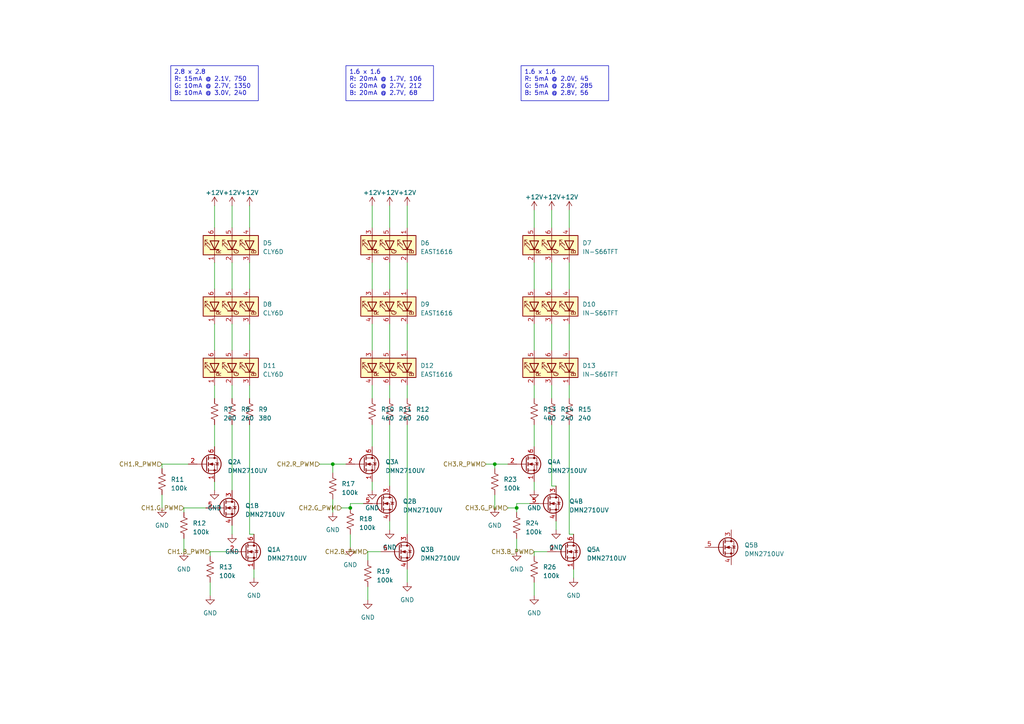
<source format=kicad_sch>
(kicad_sch (version 20230121) (generator eeschema)
  (paper "A4")
  (lib_symbols
    (symbol "Circuit-Craft:LED_RGB_EAST" (pin_names (offset 0) hide)
      (property "Reference" "D" (at 0 9.398 0))
      (property "Value" "LED_RGB_EAST" (at 0 -8.89 0))
      (symbol "LED_RGB_EAST_0_0"
        (text "B" (at -1.905 -6.35 0) (effects (font (size 1.27 1.27))))
        (text "G" (at -1.905 -1.27 0) (effects (font (size 1.27 1.27))))
        (text "R" (at -1.905 3.81 0) (effects (font (size 1.27 1.27))))
      )
      (symbol "LED_RGB_EAST_0_1"
        (polyline (pts (xy -1.27 -5.08) (xy -2.54 -5.08)))
        (polyline (pts (xy -1.27 -5.08) (xy 1.27 -5.08)))
        (polyline (pts (xy -1.27 -3.81) (xy -1.27 -6.35)) (stroke (width 0.254)))
        (polyline (pts (xy -1.27 0) (xy -2.54 0)))
        (polyline (pts (xy -1.27 1.27) (xy -1.27 -1.27)) (stroke (width 0.254)))
        (polyline (pts (xy -1.27 5.08) (xy -2.54 5.08)))
        (polyline (pts (xy -1.27 5.08) (xy 1.27 5.08)))
        (polyline (pts (xy -1.27 6.35) (xy -1.27 3.81)) (stroke (width 0.254)))
        (polyline (pts (xy 1.27 -5.08) (xy 2.54 -5.08)))
        (polyline (pts (xy 1.27 0) (xy -1.27 0)))
        (polyline (pts (xy 1.27 0) (xy 2.54 0)))
        (polyline (pts (xy 1.27 5.08) (xy 2.54 5.08)))
        (polyline (pts (xy -1.27 1.27) (xy -1.27 -1.27) (xy -1.27 -1.27)))
        (polyline (pts (xy -1.27 6.35) (xy -1.27 3.81) (xy -1.27 3.81)))
        (polyline (pts (xy 1.27 -3.81) (xy 1.27 -6.35) (xy -1.27 -5.08) (xy 1.27 -3.81)) (stroke (width 0.254)))
        (polyline (pts (xy 1.27 1.27) (xy 1.27 -1.27) (xy -1.27 0) (xy 1.27 1.27)) (stroke (width 0.254)))
        (polyline (pts (xy 1.27 6.35) (xy 1.27 3.81) (xy -1.27 5.08) (xy 1.27 6.35)) (stroke (width 0.254)))
        (polyline (pts (xy -1.016 -3.81) (xy 0.508 -2.286) (xy -0.254 -2.286) (xy 0.508 -2.286) (xy 0.508 -3.048)))
        (polyline (pts (xy -1.016 1.27) (xy 0.508 2.794) (xy -0.254 2.794) (xy 0.508 2.794) (xy 0.508 2.032)))
        (polyline (pts (xy -1.016 6.35) (xy 0.508 7.874) (xy -0.254 7.874) (xy 0.508 7.874) (xy 0.508 7.112)))
        (polyline (pts (xy 0 -3.81) (xy 1.524 -2.286) (xy 0.762 -2.286) (xy 1.524 -2.286) (xy 1.524 -3.048)))
        (polyline (pts (xy 0 1.27) (xy 1.524 2.794) (xy 0.762 2.794) (xy 1.524 2.794) (xy 1.524 2.032)))
        (polyline (pts (xy 0 6.35) (xy 1.524 7.874) (xy 0.762 7.874) (xy 1.524 7.874) (xy 1.524 7.112)))
        (rectangle (start 1.27 -1.27) (end 1.27 1.27))
        (rectangle (start 1.27 1.27) (end 1.27 1.27))
        (rectangle (start 1.27 3.81) (end 1.27 6.35))
        (rectangle (start 1.27 6.35) (end 1.27 6.35))
        (rectangle (start 2.794 8.382) (end -2.794 -7.62) (stroke (width 0.254)) (fill (type background)))
      )
      (symbol "LED_RGB_EAST_1_1"
        (pin passive line (at 5.08 -5.08 180) (length 2.54) (name "BA") (number "1"))
        (pin passive line (at -5.08 -5.08 0) (length 2.54) (name "BK") (number "2"))
        (pin passive line (at 5.08 5.08 180) (length 2.54) (name "RA") (number "3"))
        (pin passive line (at -5.08 5.08 0) (length 2.54) (name "RK") (number "4"))
        (pin passive line (at 5.08 0 180) (length 2.54) (name "GA") (number "5"))
        (pin passive line (at -5.08 0 0) (length 2.54) (name "GK") (number "6"))
      )
    )
    (symbol "Circuit-Craft:LED_RGB_Inolux" (pin_names (offset 0) hide)
      (property "Reference" "D" (at 0 9.398 0))
      (property "Value" "LED_RGB_Inolux" (at 0 -8.89 0))
      (symbol "LED_RGB_Inolux_0_0"
        (text "B" (at -1.905 -6.35 0) (effects (font (size 1.27 1.27))))
        (text "G" (at -1.905 -1.27 0) (effects (font (size 1.27 1.27))))
        (text "R" (at -1.905 3.81 0) (effects (font (size 1.27 1.27))))
      )
      (symbol "LED_RGB_Inolux_0_1"
        (polyline (pts (xy -1.27 -5.08) (xy -2.54 -5.08)))
        (polyline (pts (xy -1.27 -5.08) (xy 1.27 -5.08)))
        (polyline (pts (xy -1.27 -3.81) (xy -1.27 -6.35)) (stroke (width 0.254)))
        (polyline (pts (xy -1.27 0) (xy -2.54 0)))
        (polyline (pts (xy -1.27 1.27) (xy -1.27 -1.27)) (stroke (width 0.254)))
        (polyline (pts (xy -1.27 5.08) (xy -2.54 5.08)))
        (polyline (pts (xy -1.27 5.08) (xy 1.27 5.08)))
        (polyline (pts (xy -1.27 6.35) (xy -1.27 3.81)) (stroke (width 0.254)))
        (polyline (pts (xy 1.27 -5.08) (xy 2.54 -5.08)))
        (polyline (pts (xy 1.27 0) (xy -1.27 0)))
        (polyline (pts (xy 1.27 0) (xy 2.54 0)))
        (polyline (pts (xy 1.27 5.08) (xy 2.54 5.08)))
        (polyline (pts (xy -1.27 1.27) (xy -1.27 -1.27) (xy -1.27 -1.27)))
        (polyline (pts (xy -1.27 6.35) (xy -1.27 3.81) (xy -1.27 3.81)))
        (polyline (pts (xy 1.27 -3.81) (xy 1.27 -6.35) (xy -1.27 -5.08) (xy 1.27 -3.81)) (stroke (width 0.254)))
        (polyline (pts (xy 1.27 1.27) (xy 1.27 -1.27) (xy -1.27 0) (xy 1.27 1.27)) (stroke (width 0.254)))
        (polyline (pts (xy 1.27 6.35) (xy 1.27 3.81) (xy -1.27 5.08) (xy 1.27 6.35)) (stroke (width 0.254)))
        (polyline (pts (xy -1.016 -3.81) (xy 0.508 -2.286) (xy -0.254 -2.286) (xy 0.508 -2.286) (xy 0.508 -3.048)))
        (polyline (pts (xy -1.016 1.27) (xy 0.508 2.794) (xy -0.254 2.794) (xy 0.508 2.794) (xy 0.508 2.032)))
        (polyline (pts (xy -1.016 6.35) (xy 0.508 7.874) (xy -0.254 7.874) (xy 0.508 7.874) (xy 0.508 7.112)))
        (polyline (pts (xy 0 -3.81) (xy 1.524 -2.286) (xy 0.762 -2.286) (xy 1.524 -2.286) (xy 1.524 -3.048)))
        (polyline (pts (xy 0 1.27) (xy 1.524 2.794) (xy 0.762 2.794) (xy 1.524 2.794) (xy 1.524 2.032)))
        (polyline (pts (xy 0 6.35) (xy 1.524 7.874) (xy 0.762 7.874) (xy 1.524 7.874) (xy 1.524 7.112)))
        (rectangle (start 1.27 -1.27) (end 1.27 1.27))
        (rectangle (start 1.27 1.27) (end 1.27 1.27))
        (rectangle (start 1.27 3.81) (end 1.27 6.35))
        (rectangle (start 1.27 6.35) (end 1.27 6.35))
        (rectangle (start 2.794 8.382) (end -2.794 -7.62) (stroke (width 0.254)) (fill (type background)))
      )
      (symbol "LED_RGB_Inolux_1_1"
        (pin passive line (at -5.08 -5.08 0) (length 2.54) (name "BK") (number "1"))
        (pin passive line (at -5.08 5.08 0) (length 2.54) (name "RK") (number "2"))
        (pin passive line (at -5.08 0 0) (length 2.54) (name "GK") (number "3"))
        (pin passive line (at 5.08 -5.08 180) (length 2.54) (name "BA") (number "4"))
        (pin passive line (at 5.08 5.08 180) (length 2.54) (name "RA") (number "5"))
        (pin passive line (at 5.08 0 180) (length 2.54) (name "GA") (number "6"))
      )
    )
    (symbol "Device:LED_RGB" (pin_names (offset 0) hide)
      (property "Reference" "D" (at 0 9.398 0))
      (property "Value" "LED_RGB" (at 0 -8.89 0))
      (symbol "LED_RGB_0_0"
        (text "B" (at -1.905 -6.35 0) (effects (font (size 1.27 1.27))))
        (text "G" (at -1.905 -1.27 0) (effects (font (size 1.27 1.27))))
        (text "R" (at -1.905 3.81 0) (effects (font (size 1.27 1.27))))
      )
      (symbol "LED_RGB_0_1"
        (polyline (pts (xy -1.27 -5.08) (xy -2.54 -5.08)))
        (polyline (pts (xy -1.27 -5.08) (xy 1.27 -5.08)))
        (polyline (pts (xy -1.27 -3.81) (xy -1.27 -6.35)) (stroke (width 0.254)))
        (polyline (pts (xy -1.27 0) (xy -2.54 0)))
        (polyline (pts (xy -1.27 1.27) (xy -1.27 -1.27)) (stroke (width 0.254)))
        (polyline (pts (xy -1.27 5.08) (xy -2.54 5.08)))
        (polyline (pts (xy -1.27 5.08) (xy 1.27 5.08)))
        (polyline (pts (xy -1.27 6.35) (xy -1.27 3.81)) (stroke (width 0.254)))
        (polyline (pts (xy 1.27 -5.08) (xy 2.54 -5.08)))
        (polyline (pts (xy 1.27 0) (xy -1.27 0)))
        (polyline (pts (xy 1.27 0) (xy 2.54 0)))
        (polyline (pts (xy 1.27 5.08) (xy 2.54 5.08)))
        (polyline (pts (xy -1.27 1.27) (xy -1.27 -1.27) (xy -1.27 -1.27)))
        (polyline (pts (xy -1.27 6.35) (xy -1.27 3.81) (xy -1.27 3.81)))
        (polyline (pts (xy 1.27 -3.81) (xy 1.27 -6.35) (xy -1.27 -5.08) (xy 1.27 -3.81)) (stroke (width 0.254)))
        (polyline (pts (xy 1.27 1.27) (xy 1.27 -1.27) (xy -1.27 0) (xy 1.27 1.27)) (stroke (width 0.254)))
        (polyline (pts (xy 1.27 6.35) (xy 1.27 3.81) (xy -1.27 5.08) (xy 1.27 6.35)) (stroke (width 0.254)))
        (polyline (pts (xy -1.016 -3.81) (xy 0.508 -2.286) (xy -0.254 -2.286) (xy 0.508 -2.286) (xy 0.508 -3.048)))
        (polyline (pts (xy -1.016 1.27) (xy 0.508 2.794) (xy -0.254 2.794) (xy 0.508 2.794) (xy 0.508 2.032)))
        (polyline (pts (xy -1.016 6.35) (xy 0.508 7.874) (xy -0.254 7.874) (xy 0.508 7.874) (xy 0.508 7.112)))
        (polyline (pts (xy 0 -3.81) (xy 1.524 -2.286) (xy 0.762 -2.286) (xy 1.524 -2.286) (xy 1.524 -3.048)))
        (polyline (pts (xy 0 1.27) (xy 1.524 2.794) (xy 0.762 2.794) (xy 1.524 2.794) (xy 1.524 2.032)))
        (polyline (pts (xy 0 6.35) (xy 1.524 7.874) (xy 0.762 7.874) (xy 1.524 7.874) (xy 1.524 7.112)))
        (rectangle (start 1.27 -1.27) (end 1.27 1.27))
        (rectangle (start 1.27 1.27) (end 1.27 1.27))
        (rectangle (start 1.27 3.81) (end 1.27 6.35))
        (rectangle (start 1.27 6.35) (end 1.27 6.35))
        (rectangle (start 2.794 8.382) (end -2.794 -7.62) (stroke (width 0.254)) (fill (type background)))
      )
      (symbol "LED_RGB_1_1"
        (pin passive line (at -5.08 5.08 0) (length 2.54) (name "RK") (number "1"))
        (pin passive line (at -5.08 0 0) (length 2.54) (name "GK") (number "2"))
        (pin passive line (at -5.08 -5.08 0) (length 2.54) (name "BK") (number "3"))
        (pin passive line (at 5.08 -5.08 180) (length 2.54) (name "BA") (number "4"))
        (pin passive line (at 5.08 0 180) (length 2.54) (name "GA") (number "5"))
        (pin passive line (at 5.08 5.08 180) (length 2.54) (name "RA") (number "6"))
      )
    )
    (symbol "Device:Q_Dual_NMOS_S1G1D2S2G2D1" (pin_names (offset 0) hide)
      (property "Reference" "Q" (at 6.35 1.27 0))
      (property "Value" "Q_Dual_NMOS_S1G1D2S2G2D1" (at 19.05 -1.27 0))
      (symbol "Q_Dual_NMOS_S1G1D2S2G2D1_0_1"
        (polyline (pts (xy 0.254 0) (xy -2.54 0)))
        (polyline (pts (xy 0.254 1.905) (xy 0.254 -1.905)) (stroke (width 0.254)))
        (polyline (pts (xy 0.762 -1.27) (xy 0.762 -2.286)) (stroke (width 0.254)))
        (polyline (pts (xy 0.762 0.508) (xy 0.762 -0.508)) (stroke (width 0.254)))
        (polyline (pts (xy 0.762 2.286) (xy 0.762 1.27)) (stroke (width 0.254)))
        (polyline (pts (xy 2.54 2.54) (xy 2.54 1.778)))
        (polyline (pts (xy 2.54 -2.54) (xy 2.54 0) (xy 0.762 0)))
        (polyline (pts (xy 0.762 -1.778) (xy 3.302 -1.778) (xy 3.302 1.778) (xy 0.762 1.778)))
        (polyline (pts (xy 1.016 0) (xy 2.032 0.381) (xy 2.032 -0.381) (xy 1.016 0)) (fill (type outline)))
        (polyline (pts (xy 2.794 0.508) (xy 2.921 0.381) (xy 3.683 0.381) (xy 3.81 0.254)))
        (polyline (pts (xy 3.302 0.381) (xy 2.921 -0.254) (xy 3.683 -0.254) (xy 3.302 0.381)))
        (circle (center 1.651 0) (radius 2.794) (stroke (width 0.254)))
        (circle (center 2.54 -1.778) (radius 0.254) (fill (type outline)))
        (circle (center 2.54 1.778) (radius 0.254) (fill (type outline)))
      )
      (symbol "Q_Dual_NMOS_S1G1D2S2G2D1_1_1"
        (pin passive line (at 2.54 -5.08 90) (length 2.54) (name "S") (number "1"))
        (pin input line (at -5.08 0 0) (length 2.54) (name "G") (number "2"))
        (pin passive line (at 2.54 5.08 270) (length 2.54) (name "D") (number "6"))
      )
      (symbol "Q_Dual_NMOS_S1G1D2S2G2D1_2_1"
        (pin passive line (at 2.54 5.08 270) (length 2.54) (name "D") (number "3"))
        (pin passive line (at 2.54 -5.08 90) (length 2.54) (name "S") (number "4"))
        (pin input line (at -5.08 0 0) (length 2.54) (name "G") (number "5"))
      )
    )
    (symbol "Device:R_US" (pin_numbers hide) (pin_names (offset 0))
      (property "Reference" "R" (at 2.54 0 90))
      (property "Value" "R_US" (at -2.54 0 90))
      (symbol "R_US_0_1"
        (polyline (pts (xy 0 -2.286) (xy 0 -2.54)))
        (polyline (pts (xy 0 2.286) (xy 0 2.54)))
        (polyline (pts (xy 0 -0.762) (xy 1.016 -1.143) (xy 0 -1.524) (xy -1.016 -1.905) (xy 0 -2.286)))
        (polyline (pts (xy 0 0.762) (xy 1.016 0.381) (xy 0 0) (xy -1.016 -0.381) (xy 0 -0.762)))
        (polyline (pts (xy 0 2.286) (xy 1.016 1.905) (xy 0 1.524) (xy -1.016 1.143) (xy 0 0.762)))
      )
      (symbol "R_US_1_1"
        (pin passive line (at 0 3.81 270) (length 1.27) (name "~") (number "1"))
        (pin passive line (at 0 -3.81 90) (length 1.27) (name "~") (number "2"))
      )
    )
    (symbol "power:+12V" (power) (pin_names (offset 0))
      (property "Value" "+12V" (at 0 3.556 0))
      (symbol "+12V_0_1"
        (polyline (pts (xy -0.762 1.27) (xy 0 2.54)))
        (polyline (pts (xy 0 0) (xy 0 2.54)))
        (polyline (pts (xy 0 2.54) (xy 0.762 1.27)))
      )
      (symbol "+12V_1_1"
        (pin power_in line (at 0 0 90) (length 0) hide (name "+12V") (number "1"))
      )
    )
    (symbol "power:GND" (power) (pin_names (offset 0))
      (property "Value" "GND" (at 0 -3.81 0))
      (symbol "GND_0_1"
        (polyline (pts (xy 0 0) (xy 0 -1.27) (xy 1.27 -1.27) (xy 0 -2.54) (xy -1.27 -1.27) (xy 0 -1.27)))
      )
      (symbol "GND_1_1"
        (pin power_in line (at 0 0 270) (length 0) hide (name "GND") (number "1"))
      )
    )
  )
  (junction (at 143.51 134.62))
  (junction (at 101.6 147.32))
  (junction (at 96.52 134.62))
  (junction (at 149.86 147.32))
  (wire (pts (xy 118.11 111.76) (xy 118.11 115.57)))
  (wire (pts (xy 165.1 111.76) (xy 165.1 115.57)))
  (wire (pts (xy 154.94 123.19) (xy 154.94 129.54)))
  (wire (pts (xy 165.1 123.19) (xy 165.1 154.94)))
  (wire (pts (xy 154.94 93.98) (xy 154.94 101.6)))
  (wire (pts (xy 154.94 60.96) (xy 154.94 66.04)))
  (wire (pts (xy 66.04 160.02) (xy 60.96 160.02)))
  (wire (pts (xy 113.03 111.76) (xy 113.03 115.57)))
  (wire (pts (xy 154.94 168.91) (xy 154.94 172.72)))
  (wire (pts (xy 165.1 154.94) (xy 166.37 154.94)))
  (wire (pts (xy 153.67 146.05) (xy 149.86 146.05)))
  (wire (pts (xy 60.96 168.91) (xy 60.96 172.72)))
  (wire (pts (xy 113.03 123.19) (xy 113.03 140.97)))
  (wire (pts (xy 113.03 76.2) (xy 113.03 83.82)))
  (wire (pts (xy 165.1 60.96) (xy 165.1 66.04)))
  (wire (pts (xy 140.97 134.62) (xy 143.51 134.62)))
  (wire (pts (xy 62.23 123.19) (xy 62.23 129.54)))
  (wire (pts (xy 106.68 160.02) (xy 106.68 162.56)))
  (wire (pts (xy 166.37 165.1) (xy 166.37 167.64)))
  (wire (pts (xy 107.95 139.7) (xy 107.95 142.24)))
  (wire (pts (xy 53.34 156.21) (xy 53.34 160.02)))
  (wire (pts (xy 165.1 76.2) (xy 165.1 83.82)))
  (wire (pts (xy 160.02 93.98) (xy 160.02 101.6)))
  (wire (pts (xy 118.11 165.1) (xy 118.11 168.91)))
  (wire (pts (xy 118.11 76.2) (xy 118.11 83.82)))
  (wire (pts (xy 62.23 111.76) (xy 62.23 115.57)))
  (wire (pts (xy 72.39 93.98) (xy 72.39 101.6)))
  (wire (pts (xy 160.02 111.76) (xy 160.02 115.57)))
  (wire (pts (xy 101.6 146.05) (xy 101.6 147.32)))
  (wire (pts (xy 67.31 93.98) (xy 67.31 101.6)))
  (wire (pts (xy 59.69 147.32) (xy 53.34 147.32)))
  (wire (pts (xy 67.31 76.2) (xy 67.31 83.82)))
  (wire (pts (xy 118.11 123.19) (xy 118.11 154.94)))
  (wire (pts (xy 54.61 134.62) (xy 46.99 134.62)))
  (wire (pts (xy 147.32 147.32) (xy 149.86 147.32)))
  (wire (pts (xy 113.03 59.69) (xy 113.03 66.04)))
  (wire (pts (xy 113.03 93.98) (xy 113.03 101.6)))
  (wire (pts (xy 143.51 134.62) (xy 143.51 135.89)))
  (wire (pts (xy 46.99 134.62) (xy 46.99 135.89)))
  (wire (pts (xy 158.75 160.02) (xy 154.94 160.02)))
  (wire (pts (xy 154.94 160.02) (xy 154.94 161.29)))
  (wire (pts (xy 160.02 140.97) (xy 161.29 140.97)))
  (wire (pts (xy 107.95 93.98) (xy 107.95 101.6)))
  (wire (pts (xy 46.99 143.51) (xy 46.99 147.32)))
  (wire (pts (xy 160.02 76.2) (xy 160.02 83.82)))
  (wire (pts (xy 73.66 165.1) (xy 73.66 167.64)))
  (wire (pts (xy 60.96 160.02) (xy 60.96 161.29)))
  (wire (pts (xy 154.94 139.7) (xy 154.94 142.24)))
  (wire (pts (xy 161.29 151.13) (xy 161.29 153.67)))
  (wire (pts (xy 72.39 111.76) (xy 72.39 115.57)))
  (wire (pts (xy 100.33 134.62) (xy 96.52 134.62)))
  (wire (pts (xy 53.34 147.32) (xy 53.34 148.59)))
  (wire (pts (xy 67.31 123.19) (xy 67.31 142.24)))
  (wire (pts (xy 96.52 144.78) (xy 96.52 148.59)))
  (wire (pts (xy 118.11 93.98) (xy 118.11 101.6)))
  (wire (pts (xy 154.94 76.2) (xy 154.94 83.82)))
  (wire (pts (xy 62.23 93.98) (xy 62.23 101.6)))
  (wire (pts (xy 72.39 154.94) (xy 73.66 154.94)))
  (wire (pts (xy 143.51 143.51) (xy 143.51 147.32)))
  (wire (pts (xy 72.39 123.19) (xy 72.39 154.94)))
  (wire (pts (xy 105.41 146.05) (xy 101.6 146.05)))
  (wire (pts (xy 62.23 76.2) (xy 62.23 83.82)))
  (wire (pts (xy 147.32 134.62) (xy 143.51 134.62)))
  (wire (pts (xy 72.39 59.69) (xy 72.39 66.04)))
  (wire (pts (xy 72.39 76.2) (xy 72.39 83.82)))
  (wire (pts (xy 165.1 93.98) (xy 165.1 101.6)))
  (wire (pts (xy 118.11 59.69) (xy 118.11 66.04)))
  (wire (pts (xy 62.23 139.7) (xy 62.23 142.24)))
  (wire (pts (xy 107.95 76.2) (xy 107.95 83.82)))
  (wire (pts (xy 96.52 134.62) (xy 96.52 137.16)))
  (wire (pts (xy 149.86 146.05) (xy 149.86 147.32)))
  (wire (pts (xy 154.94 111.76) (xy 154.94 115.57)))
  (wire (pts (xy 149.86 147.32) (xy 149.86 148.59)))
  (wire (pts (xy 160.02 123.19) (xy 160.02 140.97)))
  (wire (pts (xy 99.06 147.32) (xy 101.6 147.32)))
  (wire (pts (xy 106.68 170.18) (xy 106.68 173.99)))
  (wire (pts (xy 110.49 160.02) (xy 106.68 160.02)))
  (wire (pts (xy 62.23 59.69) (xy 62.23 66.04)))
  (wire (pts (xy 67.31 111.76) (xy 67.31 115.57)))
  (wire (pts (xy 67.31 59.69) (xy 67.31 66.04)))
  (wire (pts (xy 92.71 134.62) (xy 96.52 134.62)))
  (wire (pts (xy 101.6 154.94) (xy 101.6 158.75)))
  (wire (pts (xy 107.95 111.76) (xy 107.95 115.57)))
  (wire (pts (xy 149.86 156.21) (xy 149.86 160.02)))
  (wire (pts (xy 107.95 123.19) (xy 107.95 129.54)))
  (wire (pts (xy 67.31 152.4) (xy 67.31 154.94)))
  (wire (pts (xy 107.95 59.69) (xy 107.95 66.04)))
  (wire (pts (xy 113.03 151.13) (xy 113.03 153.67)))
  (wire (pts (xy 160.02 60.96) (xy 160.02 66.04)))
  (text_box "1.6 x 1.6\nR: 5mA @ 2.0V, 45\nG: 5mA @ 2.8V, 285\nB: 5mA @ 2.8V, 56" (at 151.13 19.05 0) (size 25.4 10.16) (effects (font (size 1.27 1.27)) (justify left top)))
  (text_box "2.8 x 2.8\nR: 15mA @ 2.1V, 750\nG: 10mA @ 2.7V, 1350\nB: 10mA @ 3.0V, 240" (at 49.53 19.05 0) (size 25.4 10.16) (effects (font (size 1.27 1.27)) (justify left top)))
  (text_box "1.6 x 1.6\nR: 20mA @ 1.7V, 106\nG: 20mA @ 2.7V, 212\nB: 20mA @ 2.7V, 68" (at 100.33 19.05 0) (size 25.4 10.16) (effects (font (size 1.27 1.27)) (justify left top)))
  (hierarchical_label "CH2.B_PWM" (shape input) (at 106.68 160.02 180))
  (hierarchical_label "CH2.R_PWM" (shape input) (at 92.71 134.62 180))
  (hierarchical_label "CH1.R_PWM" (shape input) (at 46.99 134.62 180))
  (hierarchical_label "CH3.G_PWM" (shape input) (at 147.32 147.32 180))
  (hierarchical_label "CH1.G_PWM" (shape input) (at 53.34 147.32 180))
  (hierarchical_label "CH1.B_PWM" (shape input) (at 60.96 160.02 180))
  (hierarchical_label "CH3.R_PWM" (shape input) (at 140.97 134.62 180))
  (hierarchical_label "CH3.B_PWM" (shape input) (at 154.94 160.02 180))
  (hierarchical_label "CH2.G_PWM" (shape input) (at 99.06 147.32 180))
  (symbol (lib_id "Device:Q_Dual_NMOS_S1G1D2S2G2D1") (at 64.77 147.32 0) (unit 2)
    (property "Reference" "Q1" (at 71.12 146.685 0) (effects (justify left)))
    (property "Value" "DMN2710UV" (at 71.12 149.225 0) (effects (justify left)))
    (property "Footprint" "Package_TO_SOT_SMD:SOT-563" (effects hide))
    (property "Datasheet" "https://www.diodes.com/assets/Datasheets/DMN2710UV.pdf" (effects hide))
    (property "MPN" "DMN2710UV-7" (effects hide))
  )
  (symbol (lib_id "Device:R_US") (at 118.11 119.38 0) (unit 1)
    (property "Reference" "R12" (at 120.65 118.745 0) (effects (justify left)))
    (property "Value" "260" (at 120.65 121.285 0) (effects (justify left)))
    (property "Footprint" "Resistor_SMD:R_0603_1608Metric_Pad0.98x0.95mm_HandSolder" (effects hide))
    (property "MPN" "RC0603FR-07261RL" (effects hide))
    (instances (project "lights-board-01" (path "" (reference "R12") (unit 1)) (path "" (reference "R22") (unit 1))))
  )
  (symbol (lib_id "power:GND") (at 143.51 147.32 0) (unit 1)
    (property "Reference" "#PWR063" (effects hide))
    (property "Value" "GND" (at 143.51 152.4 0))
  )
  (symbol (lib_id "power:GND") (at 67.31 154.94 0) (unit 1)
    (property "Reference" "#PWR051" (effects hide))
    (property "Value" "GND" (at 67.31 160.02 0))
  )
  (symbol (lib_id "Device:R_US") (at 62.23 119.38 0) (unit 1)
    (property "Reference" "R7" (at 64.77 118.745 0) (effects (justify left)))
    (property "Value" "200" (at 64.77 121.285 0) (effects (justify left)))
    (property "Footprint" "Resistor_SMD:R_0603_1608Metric_Pad0.98x0.95mm_HandSolder" (effects hide))
    (property "MPN" "RC0603JR-07200RL" (effects hide))
    (instances (project "lights-board-01" (path "" (reference "R7") (unit 1)) (path "" (reference "R14") (unit 1))))
  )
  (symbol (lib_id "Circuit-Craft:LED_RGB_Inolux") (at 160.02 106.68 90) (unit 1)
    (property "Reference" "D13" (at 168.91 106.045 90) (effects (justify right)))
    (property "Value" "IN-S66TFT" (at 168.91 108.585 90) (effects (justify right)))
    (property "Footprint" "Circuit-Craft:LED_RGB_Inolux_PLCC-6" (effects hide))
    (property "MPN" "IN-S66TFT5R5G5B" (effects hide))
    (instances (project "lights-board-01" (path "" (reference "D13") (unit 1)) (path "" (reference "D12") (unit 1))))
  )
  (symbol (lib_id "power:GND") (at 73.66 167.64 0) (unit 1)
    (property "Reference" "#PWR053" (effects hide))
    (property "Value" "GND" (at 73.66 172.72 0))
  )
  (symbol (lib_id "Device:Q_Dual_NMOS_S1G1D2S2G2D1") (at 152.4 134.62 0) (unit 1)
    (property "Reference" "Q4" (at 158.75 133.985 0) (effects (justify left)))
    (property "Value" "DMN2710UV" (at 158.75 136.525 0) (effects (justify left)))
    (property "Footprint" "Package_TO_SOT_SMD:SOT-563" (effects hide))
    (property "Datasheet" "https://www.diodes.com/assets/Datasheets/DMN2710UV.pdf" (effects hide))
    (property "MPN" "DMN2710UV-7" (effects hide))
  )
  (symbol (lib_id "power:GND") (at 149.86 160.02 0) (unit 1)
    (property "Reference" "#PWR064" (effects hide))
    (property "Value" "GND" (at 149.86 165.1 0))
  )
  (symbol (lib_id "power:+12V") (at 154.94 60.96 0) (unit 1)
    (property "Reference" "#PWR065" (effects hide))
    (property "Value" "+12V" (at 154.94 57.15 0))
  )
  (symbol (lib_id "power:+12V") (at 107.95 59.69 0) (unit 1)
    (property "Reference" "#PWR057" (effects hide))
    (property "Value" "+12V" (at 107.95 55.88 0))
  )
  (symbol (lib_id "power:+12V") (at 62.23 59.69 0) (unit 1)
    (property "Reference" "#PWR048" (effects hide))
    (property "Value" "+12V" (at 62.23 55.88 0))
  )
  (symbol (lib_id "Device:R_US") (at 154.94 119.38 0) (unit 1)
    (property "Reference" "R13" (at 157.48 118.745 0) (effects (justify left)))
    (property "Value" "400" (at 157.48 121.285 0) (effects (justify left)))
    (property "Footprint" "Resistor_SMD:R_0603_1608Metric_Pad0.98x0.95mm_HandSolder" (effects hide))
    (property "MPN" "RC0603FR-07402RL" (effects hide))
    (instances (project "lights-board-01" (path "" (reference "R13") (unit 1)) (path "" (reference "R25") (unit 1))))
  )
  (symbol (lib_id "Device:R_US") (at 143.51 139.7 0) (unit 1)
    (property "Reference" "R23" (at 146.05 139.065 0) (effects (justify left)))
    (property "Value" "100k" (at 146.05 141.605 0) (effects (justify left)))
    (property "Footprint" "Resistor_SMD:R_0402_1005Metric_Pad0.72x0.64mm_HandSolder" (effects hide))
    (property "MPN" "RC0402FR-07100KL" (effects hide))
  )
  (symbol (lib_id "Device:R_US") (at 165.1 119.38 0) (unit 1)
    (property "Reference" "R15" (at 167.64 118.745 0) (effects (justify left)))
    (property "Value" "240" (at 167.64 121.285 0) (effects (justify left)))
    (property "Footprint" "Resistor_SMD:R_0603_1608Metric_Pad0.98x0.95mm_HandSolder" (effects hide))
    (property "MPN" "RC0603FR-07240RL" (effects hide))
    (instances (project "lights-board-01" (path "" (reference "R15") (unit 1)) (path "" (reference "R28") (unit 1))))
  )
  (symbol (lib_id "Device:Q_Dual_NMOS_S1G1D2S2G2D1") (at 158.75 146.05 0) (unit 2)
    (property "Reference" "Q4" (at 165.1 145.415 0) (effects (justify left)))
    (property "Value" "DMN2710UV" (at 165.1 147.955 0) (effects (justify left)))
    (property "Footprint" "Package_TO_SOT_SMD:SOT-563" (effects hide))
    (property "Datasheet" "https://www.diodes.com/assets/Datasheets/DMN2710UV.pdf" (effects hide))
    (property "MPN" "DMN2710UV-7" (effects hide))
  )
  (symbol (lib_id "Device:R_US") (at 113.03 119.38 0) (unit 1)
    (property "Reference" "R11" (at 115.57 118.745 0) (effects (justify left)))
    (property "Value" "260" (at 115.57 121.285 0) (effects (justify left)))
    (property "Footprint" "Resistor_SMD:R_0603_1608Metric_Pad0.98x0.95mm_HandSolder" (effects hide))
    (property "MPN" "RC0603FR-07261RL" (effects hide))
    (instances (project "lights-board-01" (path "" (reference "R11") (unit 1)) (path "" (reference "R21") (unit 1))))
  )
  (symbol (lib_id "power:GND") (at 46.99 147.32 0) (unit 1)
    (property "Reference" "#PWR045" (effects hide))
    (property "Value" "GND" (at 46.99 152.4 0))
  )
  (symbol (lib_id "Circuit-Craft:LED_RGB_Inolux") (at 160.02 88.9 90) (unit 1)
    (property "Reference" "D10" (at 168.91 88.265 90) (effects (justify right)))
    (property "Value" "IN-S66TFT" (at 168.91 90.805 90) (effects (justify right)))
    (property "Footprint" "Circuit-Craft:LED_RGB_Inolux_PLCC-6" (effects hide))
    (property "MPN" "IN-S66TFT5R5G5B" (effects hide))
    (instances (project "lights-board-01" (path "" (reference "D10") (unit 1)) (path "" (reference "D11") (unit 1))))
  )
  (symbol (lib_id "Device:R_US") (at 67.31 119.38 0) (unit 1)
    (property "Reference" "R8" (at 69.85 118.745 0) (effects (justify left)))
    (property "Value" "260" (at 69.85 121.285 0) (effects (justify left)))
    (property "Footprint" "Resistor_SMD:R_0603_1608Metric_Pad0.98x0.95mm_HandSolder" (effects hide))
    (property "MPN" "RC0603FR-07261RL" (effects hide))
    (instances (project "lights-board-01" (path "" (reference "R8") (unit 1)) (path "" (reference "R15") (unit 1))))
  )
  (symbol (lib_id "power:GND") (at 154.94 172.72 0) (unit 1)
    (property "Reference" "#PWR067" (effects hide))
    (property "Value" "GND" (at 154.94 177.8 0))
  )
  (symbol (lib_id "Device:R_US") (at 160.02 119.38 0) (unit 1)
    (property "Reference" "R14" (at 162.56 118.745 0) (effects (justify left)))
    (property "Value" "240" (at 162.56 121.285 0) (effects (justify left)))
    (property "Footprint" "Resistor_SMD:R_0603_1608Metric_Pad0.98x0.95mm_HandSolder" (effects hide))
    (property "MPN" "RC0603FR-07240RL" (effects hide))
    (instances (project "lights-board-01" (path "" (reference "R14") (unit 1)) (path "" (reference "R27") (unit 1))))
  )
  (symbol (lib_id "power:GND") (at 96.52 148.59 0) (unit 1)
    (property "Reference" "#PWR054" (effects hide))
    (property "Value" "GND" (at 96.52 153.67 0))
  )
  (symbol (lib_id "Device:R_US") (at 149.86 152.4 0) (unit 1)
    (property "Reference" "R24" (at 152.4 151.765 0) (effects (justify left)))
    (property "Value" "100k" (at 152.4 154.305 0) (effects (justify left)))
    (property "Footprint" "Resistor_SMD:R_0402_1005Metric_Pad0.72x0.64mm_HandSolder" (effects hide))
    (property "MPN" "RC0402FR-07100KL" (effects hide))
  )
  (symbol (lib_id "Circuit-Craft:LED_RGB_EAST") (at 113.03 106.68 90) (unit 1)
    (property "Reference" "D12" (at 121.92 106.045 90) (effects (justify right)))
    (property "Value" "EAST1616" (at 121.92 108.585 90) (effects (justify right)))
    (property "Footprint" "Circuit-Craft:LED_RGB_EAST_PLCC-6" (effects hide))
    (property "MPN" "EAST1616RGBA8" (effects hide))
    (instances (project "lights-board-01" (path "" (reference "D12") (unit 1)) (path "" (reference "D9") (unit 1))))
  )
  (symbol (lib_id "Device:R_US") (at 46.99 139.7 0) (unit 1)
    (property "Reference" "R11" (at 49.53 139.065 0) (effects (justify left)))
    (property "Value" "100k" (at 49.53 141.605 0) (effects (justify left)))
    (property "Footprint" "Resistor_SMD:R_0402_1005Metric_Pad0.72x0.64mm_HandSolder" (effects hide))
    (property "MPN" "RC0402FR-07100KL" (effects hide))
  )
  (symbol (lib_id "Device:Q_Dual_NMOS_S1G1D2S2G2D1") (at 59.69 134.62 0) (unit 1)
    (property "Reference" "Q2" (at 66.04 133.985 0) (effects (justify left)))
    (property "Value" "DMN2710UV" (at 66.04 136.525 0) (effects (justify left)))
    (property "Footprint" "Package_TO_SOT_SMD:SOT-563" (effects hide))
    (property "Datasheet" "https://www.diodes.com/assets/Datasheets/DMN2710UV.pdf" (effects hide))
    (property "MPN" "DMN2710UV-7" (effects hide))
  )
  (symbol (lib_id "power:GND") (at 62.23 142.24 0) (unit 1)
    (property "Reference" "#PWR049" (effects hide))
    (property "Value" "GND" (at 62.23 147.32 0))
  )
  (symbol (lib_id "Circuit-Craft:LED_RGB_EAST") (at 113.03 88.9 90) (unit 1)
    (property "Reference" "D9" (at 121.92 88.265 90) (effects (justify right)))
    (property "Value" "EAST1616" (at 121.92 90.805 90) (effects (justify right)))
    (property "Footprint" "Circuit-Craft:LED_RGB_EAST_PLCC-6" (effects hide))
    (property "MPN" "EAST1616RGBA8" (effects hide))
    (instances (project "lights-board-01" (path "" (reference "D9") (unit 1)) (path "" (reference "D8") (unit 1))))
  )
  (symbol (lib_id "Device:R_US") (at 72.39 119.38 0) (unit 1)
    (property "Reference" "R9" (at 74.93 118.745 0) (effects (justify left)))
    (property "Value" "380" (at 74.93 121.285 0) (effects (justify left)))
    (property "Footprint" "Resistor_SMD:R_0603_1608Metric_Pad0.98x0.95mm_HandSolder" (effects hide))
    (property "MPN" "RC0603FR-07374RL" (effects hide))
    (instances (project "lights-board-01" (path "" (reference "R9") (unit 1)) (path "" (reference "R16") (unit 1))))
  )
  (symbol (lib_id "power:+12V") (at 118.11 59.69 0) (unit 1)
    (property "Reference" "#PWR061" (effects hide))
    (property "Value" "+12V" (at 118.11 55.88 0))
  )
  (symbol (lib_id "power:+12V") (at 67.31 59.69 0) (unit 1)
    (property "Reference" "#PWR050" (effects hide))
    (property "Value" "+12V" (at 67.31 55.88 0))
  )
  (symbol (lib_id "Device:Q_Dual_NMOS_S1G1D2S2G2D1") (at 163.83 160.02 0) (unit 1)
    (property "Reference" "Q5" (at 170.18 159.385 0) (effects (justify left)))
    (property "Value" "DMN2710UV" (at 170.18 161.925 0) (effects (justify left)))
    (property "Footprint" "Package_TO_SOT_SMD:SOT-563" (effects hide))
    (property "Datasheet" "https://www.diodes.com/assets/Datasheets/DMN2710UV.pdf" (effects hide))
    (property "MPN" "DMN2710UV-7" (effects hide))
  )
  (symbol (lib_id "Device:Q_Dual_NMOS_S1G1D2S2G2D1") (at 115.57 160.02 0) (unit 2)
    (property "Reference" "Q3" (at 121.92 159.385 0) (effects (justify left)))
    (property "Value" "DMN2710UV" (at 121.92 161.925 0) (effects (justify left)))
    (property "Footprint" "Package_TO_SOT_SMD:SOT-563" (effects hide))
    (property "Datasheet" "https://www.diodes.com/assets/Datasheets/DMN2710UV.pdf" (effects hide))
    (property "MPN" "DMN2710UV-7" (effects hide))
  )
  (symbol (lib_id "power:+12V") (at 72.39 59.69 0) (unit 1)
    (property "Reference" "#PWR052" (effects hide))
    (property "Value" "+12V" (at 72.39 55.88 0))
  )
  (symbol (lib_id "power:GND") (at 107.95 142.24 0) (unit 1)
    (property "Reference" "#PWR058" (effects hide))
    (property "Value" "GND" (at 107.95 147.32 0))
  )
  (symbol (lib_id "Device:R_US") (at 106.68 166.37 0) (unit 1)
    (property "Reference" "R19" (at 109.22 165.735 0) (effects (justify left)))
    (property "Value" "100k" (at 109.22 168.275 0) (effects (justify left)))
    (property "Footprint" "Resistor_SMD:R_0402_1005Metric_Pad0.72x0.64mm_HandSolder" (effects hide))
    (property "MPN" "RC0402FR-07100KL" (effects hide))
  )
  (symbol (lib_id "Device:Q_Dual_NMOS_S1G1D2S2G2D1") (at 209.55 158.75 0) (unit 2)
    (property "Reference" "Q5" (at 215.9 158.115 0) (effects (justify left)))
    (property "Value" "DMN2710UV" (at 215.9 160.655 0) (effects (justify left)))
    (property "Footprint" "Package_TO_SOT_SMD:SOT-563" (effects hide))
    (property "Datasheet" "https://www.diodes.com/assets/Datasheets/DMN2710UV.pdf" (effects hide))
    (property "MPN" "DMN2710UV-7" (effects hide))
  )
  (symbol (lib_id "power:GND") (at 60.96 172.72 0) (unit 1)
    (property "Reference" "#PWR047" (effects hide))
    (property "Value" "GND" (at 60.96 177.8 0))
  )
  (symbol (lib_id "Device:LED_RGB") (at 67.31 88.9 90) (unit 1)
    (property "Reference" "D8" (at 76.2 88.265 90) (effects (justify right)))
    (property "Value" "CLY6D" (at 76.2 90.805 90) (effects (justify right)))
    (property "Footprint" "Circuit-Craft:CLY6D" (effects hide))
    (property "Datasheet" "https://downloads.cree-led.com/files/ds/h/HB-CLY6D-FKC.pdf" (effects hide))
    (property "MPN" "CLY6D-FKC-CK1N1D1BB7D3D3" (effects hide))
    (instances (project "lights-board-01" (path "" (reference "D8") (unit 1)) (path "" (reference "D5") (unit 1))))
  )
  (symbol (lib_id "Device:Q_Dual_NMOS_S1G1D2S2G2D1") (at 71.12 160.02 0) (unit 1)
    (property "Reference" "Q1" (at 77.47 159.385 0) (effects (justify left)))
    (property "Value" "DMN2710UV" (at 77.47 161.925 0) (effects (justify left)))
    (property "Footprint" "Package_TO_SOT_SMD:SOT-563" (effects hide))
    (property "Datasheet" "https://www.diodes.com/assets/Datasheets/DMN2710UV.pdf" (effects hide))
    (property "MPN" "DMN2710UV-7" (effects hide))
  )
  (symbol (lib_id "power:GND") (at 113.03 153.67 0) (unit 1)
    (property "Reference" "#PWR060" (effects hide))
    (property "Value" "GND" (at 113.03 158.75 0))
  )
  (symbol (lib_id "Device:R_US") (at 53.34 152.4 0) (unit 1)
    (property "Reference" "R12" (at 55.88 151.765 0) (effects (justify left)))
    (property "Value" "100k" (at 55.88 154.305 0) (effects (justify left)))
    (property "Footprint" "Resistor_SMD:R_0402_1005Metric_Pad0.72x0.64mm_HandSolder" (effects hide))
    (property "MPN" "RC0402FR-07100KL" (effects hide))
  )
  (symbol (lib_id "Device:Q_Dual_NMOS_S1G1D2S2G2D1") (at 110.49 146.05 0) (unit 2)
    (property "Reference" "Q2" (at 116.84 145.415 0) (effects (justify left)))
    (property "Value" "DMN2710UV" (at 116.84 147.955 0) (effects (justify left)))
    (property "Footprint" "Package_TO_SOT_SMD:SOT-563" (effects hide))
    (property "Datasheet" "https://www.diodes.com/assets/Datasheets/DMN2710UV.pdf" (effects hide))
    (property "MPN" "DMN2710UV-7" (effects hide))
  )
  (symbol (lib_id "power:+12V") (at 113.03 59.69 0) (unit 1)
    (property "Reference" "#PWR059" (effects hide))
    (property "Value" "+12V" (at 113.03 55.88 0))
  )
  (symbol (lib_id "Device:R_US") (at 107.95 119.38 0) (unit 1)
    (property "Reference" "R10" (at 110.49 118.745 0) (effects (justify left)))
    (property "Value" "460" (at 110.49 121.285 0) (effects (justify left)))
    (property "Footprint" "Resistor_SMD:R_0603_1608Metric_Pad0.98x0.95mm_HandSolder" (effects hide))
    (property "MPN" "RC0603FR-07464RL" (effects hide))
    (instances (project "lights-board-01" (path "" (reference "R10") (unit 1)) (path "" (reference "R20") (unit 1))))
  )
  (symbol (lib_id "Device:R_US") (at 154.94 165.1 0) (unit 1)
    (property "Reference" "R26" (at 157.48 164.465 0) (effects (justify left)))
    (property "Value" "100k" (at 157.48 167.005 0) (effects (justify left)))
    (property "Footprint" "Resistor_SMD:R_0402_1005Metric_Pad0.72x0.64mm_HandSolder" (effects hide))
    (property "MPN" "RC0402FR-07100KL" (effects hide))
  )
  (symbol (lib_id "Device:R_US") (at 101.6 151.13 0) (unit 1)
    (property "Reference" "R18" (at 104.14 150.495 0) (effects (justify left)))
    (property "Value" "100k" (at 104.14 153.035 0) (effects (justify left)))
    (property "Footprint" "Resistor_SMD:R_0402_1005Metric_Pad0.72x0.64mm_HandSolder" (effects hide))
    (property "MPN" "RC0402FR-07100KL" (effects hide))
  )
  (symbol (lib_id "power:GND") (at 101.6 158.75 0) (unit 1)
    (property "Reference" "#PWR055" (effects hide))
    (property "Value" "GND" (at 101.6 163.83 0))
  )
  (symbol (lib_id "Circuit-Craft:LED_RGB_EAST") (at 113.03 71.12 90) (unit 1)
    (property "Reference" "D6" (at 121.92 70.485 90) (effects (justify right)))
    (property "Value" "EAST1616" (at 121.92 73.025 90) (effects (justify right)))
    (property "Footprint" "Circuit-Craft:LED_RGB_EAST_PLCC-6" (effects hide))
    (property "MPN" "EAST1616RGBA8" (effects hide))
    (instances (project "lights-board-01" (path "" (reference "D6") (unit 1)) (path "" (reference "D7") (unit 1))))
  )
  (symbol (lib_id "power:GND") (at 106.68 173.99 0) (unit 1)
    (property "Reference" "#PWR056" (effects hide))
    (property "Value" "GND" (at 106.68 179.07 0))
  )
  (symbol (lib_id "Device:R_US") (at 96.52 140.97 0) (unit 1)
    (property "Reference" "R17" (at 99.06 140.335 0) (effects (justify left)))
    (property "Value" "100k" (at 99.06 142.875 0) (effects (justify left)))
    (property "Footprint" "Resistor_SMD:R_0402_1005Metric_Pad0.72x0.64mm_HandSolder" (effects hide))
    (property "MPN" "RC0402FR-07100KL" (effects hide))
  )
  (symbol (lib_id "Device:Q_Dual_NMOS_S1G1D2S2G2D1") (at 105.41 134.62 0) (unit 1)
    (property "Reference" "Q3" (at 111.76 133.985 0) (effects (justify left)))
    (property "Value" "DMN2710UV" (at 111.76 136.525 0) (effects (justify left)))
    (property "Footprint" "Package_TO_SOT_SMD:SOT-563" (effects hide))
    (property "Datasheet" "https://www.diodes.com/assets/Datasheets/DMN2710UV.pdf" (effects hide))
    (property "MPN" "DMN2710UV-7" (effects hide))
  )
  (symbol (lib_id "power:+12V") (at 165.1 60.96 0) (unit 1)
    (property "Reference" "#PWR070" (effects hide))
    (property "Value" "+12V" (at 165.1 57.15 0))
  )
  (symbol (lib_id "power:GND") (at 53.34 160.02 0) (unit 1)
    (property "Reference" "#PWR046" (effects hide))
    (property "Value" "GND" (at 53.34 165.1 0))
  )
  (symbol (lib_id "Device:R_US") (at 60.96 165.1 0) (unit 1)
    (property "Reference" "R13" (at 63.5 164.465 0) (effects (justify left)))
    (property "Value" "100k" (at 63.5 167.005 0) (effects (justify left)))
    (property "Footprint" "Resistor_SMD:R_0402_1005Metric_Pad0.72x0.64mm_HandSolder" (effects hide))
    (property "MPN" "RC0402FR-07100KL" (effects hide))
  )
  (symbol (lib_id "power:GND") (at 118.11 168.91 0) (unit 1)
    (property "Reference" "#PWR062" (effects hide))
    (property "Value" "GND" (at 118.11 173.99 0))
  )
  (symbol (lib_id "Circuit-Craft:LED_RGB_Inolux") (at 160.02 71.12 90) (unit 1)
    (property "Reference" "D7" (at 168.91 70.485 90) (effects (justify right)))
    (property "Value" "IN-S66TFT" (at 168.91 73.025 90) (effects (justify right)))
    (property "Footprint" "Circuit-Craft:LED_RGB_Inolux_PLCC-6" (effects hide))
    (property "MPN" "IN-S66TFT5R5G5B" (effects hide))
    (instances (project "lights-board-01" (path "" (reference "D7") (unit 1)) (path "" (reference "D10") (unit 1))))
  )
  (symbol (lib_id "Device:LED_RGB") (at 67.31 106.68 90) (unit 1)
    (property "Reference" "D11" (at 76.2 106.045 90) (effects (justify right)))
    (property "Value" "CLY6D" (at 76.2 108.585 90) (effects (justify right)))
    (property "Footprint" "Circuit-Craft:CLY6D" (effects hide))
    (property "Datasheet" "https://downloads.cree-led.com/files/ds/h/HB-CLY6D-FKC.pdf" (effects hide))
    (property "MPN" "CLY6D-FKC-CK1N1D1BB7D3D3" (effects hide))
    (instances (project "lights-board-01" (path "" (reference "D11") (unit 1)) (path "" (reference "D6") (unit 1))))
  )
  (symbol (lib_id "power:GND") (at 166.37 167.64 0) (unit 1)
    (property "Reference" "#PWR071" (effects hide))
    (property "Value" "GND" (at 166.37 172.72 0))
  )
  (symbol (lib_id "power:GND") (at 161.29 153.67 0) (unit 1)
    (property "Reference" "#PWR069" (effects hide))
    (property "Value" "GND" (at 161.29 158.75 0))
  )
  (symbol (lib_id "power:GND") (at 154.94 142.24 0) (unit 1)
    (property "Reference" "#PWR066" (effects hide))
    (property "Value" "GND" (at 154.94 147.32 0))
  )
  (symbol (lib_id "Device:LED_RGB") (at 67.31 71.12 90) (unit 1)
    (property "Reference" "D5" (at 76.2 70.485 90) (effects (justify right)))
    (property "Value" "CLY6D" (at 76.2 73.025 90) (effects (justify right)))
    (property "Footprint" "Circuit-Craft:CLY6D" (effects hide))
    (property "Datasheet" "https://downloads.cree-led.com/files/ds/h/HB-CLY6D-FKC.pdf" (effects hide))
    (property "MPN" "CLY6D-FKC-CK1N1D1BB7D3D3" (effects hide))
    (instances (project "lights-board-01" (path "" (reference "D5") (unit 1)) (path "" (reference "D4") (unit 1))))
  )
  (symbol (lib_id "power:+12V") (at 160.02 60.96 0) (unit 1)
    (property "Reference" "#PWR068" (effects hide))
    (property "Value" "+12V" (at 160.02 57.15 0))
  )
)
</source>
